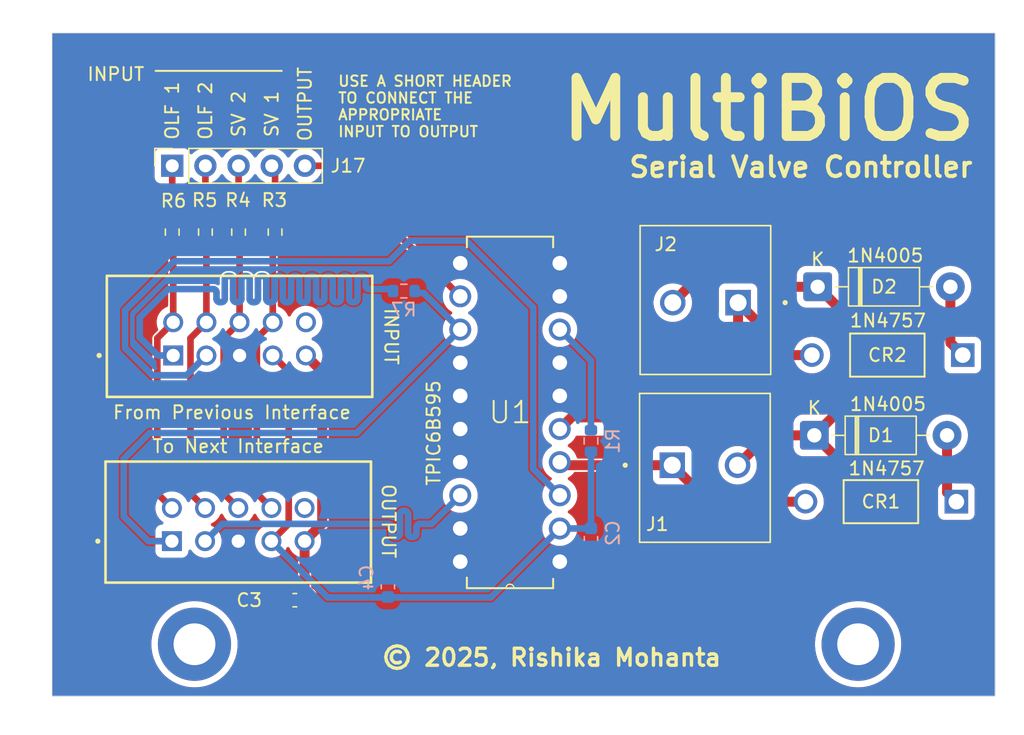
<source format=kicad_pcb>
(kicad_pcb (version 20241229) (generator "pcbnew") (generator_version "9.0")
  (layers (0 "F.Cu" signal) (2 "B.Cu" signal) (13 "F.Paste" user) (15 "B.Paste" user) (5 "F.SilkS" user "F.Silkscreen") (7 "B.SilkS" user "B.Silkscreen") (1 "F.Mask" user) (3 "B.Mask" user) (25 "Edge.Cuts" user))
  (net 0 "")
  (net 1 "+5V")
  (net 2 "GND")
  (net 3 "Net-(CR1-K)")
  (net 4 "+24V")
  (net 5 "Net-(CR1-A)")
  (net 6 "Net-(U1-SER_IN)")
  (net 8 "Net-(U1-~{SRCLR})")
  (net 9 "Net-(U1-SRCK)")
  (net 10 "Net-(U1-SER_OUT)")
  (net 11 "Net-(J17-Pin_5)")
  (net 12 "Net-(J17-Pin_3)")
  (net 13 "Net-(J17-Pin_4)")
  (net 14 "Net-(J17-Pin_2)")
  (net 15 "Net-(J17-Pin_1)")
  (net 16 "Net-(J18-Pad08)")
  (net 17 "Net-(J18-Pad01)")
  (net 18 "Net-(J18-Pad02)")
  (net 19 "Net-(J18-Pad04)")
  (net 21 "Net-(J18-Pad06)")
  (net 22 "Net-(CR2-A)")
  (net 23 "Net-(CR2-K)")
  (footprint "Diode_THT:D_DO-41_SOD81_P10.16mm_Horizontal" (layer "F.Cu") (at 130.4036 75.1332)
    (property "Reference" "D1" (at 5.08 0 0) (layer "F.SilkS"))
    (property "Value" "1N4005")
    (fp_line (start 1.34 0) (end 2.36 0) (stroke (width 0.12)) (layer "F.SilkS"))
    (fp_line (start 3.14 -1.47) (end 3.14 1.47) (stroke (width 0.12)) (layer "F.SilkS"))
    (fp_line (start 3.26 -1.47) (end 3.26 1.47) (stroke (width 0.12)) (layer "F.SilkS"))
    (fp_line (start 3.38 -1.47) (end 3.38 1.47) (stroke (width 0.12)) (layer "F.SilkS"))
    (fp_line (start 8.82 0) (end 7.8 0) (stroke (width 0.12)) (layer "F.SilkS"))
    (fp_rect (start 2.36 -1.47) (end 7.8 1.47) (stroke (width 0.12)) (fill no) (layer "F.SilkS"))
    (fp_text user "K" (at 0 -2.1 0) (layer "F.SilkS"))
    (pad "1" thru_hole roundrect (at 0 0) (size 2.2 2.2) (drill 1.1) (layers "*.Cu" "*.Mask") (roundrect_rratio 0.113636) (net 4 "+24V"))
    (pad "2" thru_hole circle (at 10.16 0) (size 2.2 2.2) (drill 1.1) (layers "*.Cu" "*.Mask") (net 3 "Net-(CR1-K)"))
  )
  (footprint "TST-105-01-G-D:SAMTEC_TST-105-01-X-D" (layer "F.Cu") (at 86.30615 81.96885)
    (property "Reference" "J19" (hide yes))
    (property "Value" "TST-105-01-X-D" (hide yes))
    (fp_line (start -10.16 -4.826) (end -10.16 4.445) (stroke (width 0.2)) (layer "F.SilkS"))
    (fp_line (start -10.16 4.445) (end 10.16 4.445) (stroke (width 0.2)) (layer "F.SilkS"))
    (fp_line (start 10.16 -4.826) (end -10.16 -4.826) (stroke (width 0.2)) (layer "F.SilkS"))
    (fp_line (start 10.16 4.445) (end 10.16 -4.826) (stroke (width 0.2)) (layer "F.SilkS"))
    (fp_circle (center -10.75 1.27) (end -10.65 1.27) (stroke (width 0.2)) (fill no) (layer "F.SilkS"))
    (pad "01" thru_hole rect (at -5.08 1.27) (size 1.524 1.524) (drill 1.016) (layers "*.Cu" "*.Mask") (net 9 "Net-(U1-SRCK)"))
    (pad "02" thru_hole circle (at -5.08 -1.27) (size 1.524 1.524) (drill 1.016) (layers "*.Cu" "*.Mask") (net 18 "Net-(J18-Pad02)"))
    (pad "03" thru_hole circle (at -2.54 1.27) (size 1.524 1.524) (drill 1.016) (layers "*.Cu" "*.Mask") (net 10 "Net-(U1-SER_OUT)"))
    (pad "04" thru_hole circle (at -2.54 -1.27) (size 1.524 1.524) (drill 1.016) (layers "*.Cu" "*.Mask") (net 19 "Net-(J18-Pad04)"))
    (pad "05" thru_hole circle (at 0 1.27) (size 1.524 1.524) (drill 1.016) (layers "*.Cu" "*.Mask") (net 2 "GND"))
    (pad "06" thru_hole circle (at 0 -1.27) (size 1.524 1.524) (drill 1.016) (layers "*.Cu" "*.Mask") (net 21 "Net-(J18-Pad06)"))
    (pad "07" thru_hole circle (at 2.54 1.27) (size 1.524 1.524) (drill 1.016) (layers "*.Cu" "*.Mask") (net 1 "+5V"))
    (pad "08" thru_hole circle (at 2.54 -1.27) (size 1.524 1.524) (drill 1.016) (layers "*.Cu" "*.Mask") (net 16 "Net-(J18-Pad08)"))
    (pad "09" thru_hole circle (at 5.08 1.27) (size 1.524 1.524) (drill 1.016) (layers "*.Cu" "*.Mask") (net 4 "+24V"))
    (pad "10" thru_hole circle (at 5.08 -1.27) (size 1.524 1.524) (drill 1.016) (layers "*.Cu" "*.Mask"))
  )
  (footprint "Resistor_SMD:R_0603_1608Metric" (layer "F.Cu") (at 86.33155 59.56605 90)
    (property "Reference" "R4" (at 2.4445 -0.0508 180) (layer "F.SilkS"))
    (property "Value" "R")
    (fp_line (start -0.237258 -0.5225) (end 0.237258 -0.5225) (stroke (width 0.12)) (layer "F.SilkS"))
    (fp_line (start -0.237258 0.5225) (end 0.237258 0.5225) (stroke (width 0.12)) (layer "F.SilkS"))
    (pad "1" smd roundrect (at -0.825 0 90) (size 0.8 0.95) (layers "F.Cu" "F.Mask" "F.Paste") (net 21 "Net-(J18-Pad06)"))
    (pad "2" smd roundrect (at 0.825 0 90) (size 0.8 0.95) (layers "F.Cu" "F.Mask" "F.Paste") (net 12 "Net-(J17-Pin_3)"))
  )
  (footprint "TPIC6B595N:DIP254P762X508-20" (layer "F.Cu") (at 103.29875 61.94755 180)
    (property "Reference" "U1" (at -3.81 -11.43 180) (layer "F.SilkS") (effects (font (size 1.640598 1.640598))))
    (property "Value" "TPIC6595")
    (fp_line (start -0.508 2.032) (end -0.508 1.2192) (stroke (width 0.1524)) (layer "F.SilkS"))
    (fp_line (start -0.508 -24.0792) (end -0.508 -24.892) (stroke (width 0.1524)) (layer "F.SilkS"))
    (fp_line (start -0.508 -24.892) (end -3.5052 -24.892) (stroke (width 0.1524)) (layer "F.SilkS"))
    (fp_line (start -3.5052 -24.892) (end -4.1148 -24.892) (stroke (width 0.1524)) (layer "F.SilkS"))
    (fp_line (start -4.1148 -24.892) (end -7.112 -24.892) (stroke (width 0.1524)) (layer "F.SilkS"))
    (fp_line (start -7.112 2.032) (end -0.508 2.032) (stroke (width 0.1524)) (layer "F.SilkS"))
    (fp_line (start -7.112 1.2192) (end -7.112 2.032) (stroke (width 0.1524)) (layer "F.SilkS"))
    (fp_line (start -7.112 -24.892) (end -7.112 -24.1808) (stroke (width 0.1524)) (layer "F.SilkS"))
    (fp_arc (start -3.5052 -24.892) (mid -3.81 -24.5872) (end -4.1148 -24.892) (stroke (width 0.1)) (layer "F.SilkS"))
    (pad "1" thru_hole rect (at -7.62 -22.86 180) (size 1.6764 1.6764) (drill 1.1176) (layers "*.Cu" "*.Mask") (net 2 "GND"))
    (pad "2" thru_hole circle (at -7.62 -20.32 180) (size 1.6764 1.6764) (drill 1.1176) (layers "*.Cu" "*.Mask") (net 1 "+5V"))
    (pad "3" thru_hole circle (at -7.62 -17.78 180) (size 1.6764 1.6764) (drill 1.1176) (layers "*.Cu" "*.Mask") (net 6 "Net-(U1-SER_IN)"))
    (pad "4" thru_hole circle (at -7.62 -15.24 180) (size 1.6764 1.6764) (drill 1.1176) (layers "*.Cu" "*.Mask") (net 5 "Net-(CR1-A)"))
    (pad "5" thru_hole circle (at -7.62 -12.7 180) (size 1.6764 1.6764) (drill 1.1176) (layers "*.Cu" "*.Mask") (net 22 "Net-(CR2-A)"))
    (pad "6" thru_hole circle (at -7.62 -10.16 180) (size 1.6764 1.6764) (drill 1.1176) (layers "*.Cu" "*.Mask") (net 2 "GND"))
    (pad "7" thru_hole circle (at -7.62 -7.62 180) (size 1.6764 1.6764) (drill 1.1176) (layers "*.Cu" "*.Mask") (net 2 "GND"))
    (pad "8" thru_hole circle (at -7.62 -5.08 180) (size 1.6764 1.6764) (drill 1.1176) (layers "*.Cu" "*.Mask") (net 8 "Net-(U1-~{SRCLR})"))
    (pad "9" thru_hole circle (at -7.62 -2.54 180) (size 1.6764 1.6764) (drill 1.1176) (layers "*.Cu" "*.Mask") (net 2 "GND"))
    (pad "10" thru_hole circle (at -7.62 0 180) (size 1.6764 1.6764) (drill 1.1176) (layers "*.Cu" "*.Mask") (net 2 "GND"))
    (pad "11" thru_hole circle (at 0 0 180) (size 1.6764 1.6764) (drill 1.1176) (layers "*.Cu" "*.Mask") (net 2 "GND"))
    (pad "12" thru_hole circle (at 0 -2.54 180) (size 1.6764 1.6764) (drill 1.1176) (layers "*.Cu" "*.Mask") (net 11 "Net-(J17-Pin_5)"))
    (pad "13" thru_hole circle (at 0 -5.08 180) (size 1.6764 1.6764) (drill 1.1176) (layers "*.Cu" "*.Mask") (net 9 "Net-(U1-SRCK)"))
    (pad "14" thru_hole circle (at 0 -7.62 180) (size 1.6764 1.6764) (drill 1.1176) (layers "*.Cu" "*.Mask") (net 2 "GND"))
    (pad "15" thru_hole circle (at 0 -10.16 180) (size 1.6764 1.6764) (drill 1.1176) (layers "*.Cu" "*.Mask") (net 2 "GND"))
    (pad "16" thru_hole circle (at 0 -12.7 180) (size 1.6764 1.6764) (drill 1.1176) (layers "*.Cu" "*.Mask") (net 2 "GND"))
    (pad "17" thru_hole circle (at 0 -15.24 180) (size 1.6764 1.6764) (drill 1.1176) (layers "*.Cu" "*.Mask") (net 2 "GND"))
    (pad "18" thru_hole circle (at 0 -17.78 180) (size 1.6764 1.6764) (drill 1.1176) (layers "*.Cu" "*.Mask") (net 10 "Net-(U1-SER_OUT)"))
    (pad "19" thru_hole circle (at 0 -20.32 180) (size 1.6764 1.6764) (drill 1.1176) (layers "*.Cu" "*.Mask") (net 2 "GND"))
    (pad "20" thru_hole circle (at 0 -22.86 180) (size 1.6764 1.6764) (drill 1.1176) (layers "*.Cu" "*.Mask") (net 2 "GND"))
  )
  (footprint "1935310:PHOENIX_1935310" (layer "F.Cu") (at 117.0269 83.3224)
    (property "Reference" "J1" (at 1.357469 -1.384444 0) (layer "F.SilkS"))
    (property "Value" "Screw_Terminal_01x02")
    (fp_line (start 0 -11.4) (end 10 -11.4) (stroke (width 0.127)) (layer "F.SilkS"))
    (fp_line (start 0 0) (end 0 -11.4) (stroke (width 0.127)) (layer "F.SilkS"))
    (fp_line (start 0 0) (end 10 0) (stroke (width 0.127)) (layer "F.SilkS"))
    (fp_line (start 10 0) (end 10 -11.4) (stroke (width 0.127)) (layer "F.SilkS"))
    (fp_circle (center -1.1 -5.9) (end -1 -5.9) (stroke (width 0.2)) (fill no) (layer "F.SilkS"))
    (pad "1" thru_hole rect (at 2.5 -5.9) (size 1.95 1.95) (drill 1.3) (layers "*.Cu" "*.Mask") (net 5 "Net-(CR1-A)"))
    (pad "2" thru_hole circle (at 7.5 -5.9) (size 1.95 1.95) (drill 1.3) (layers "*.Cu" "*.Mask") (net 4 "+24V"))
  )
  (footprint "Connector_PinSocket_2.54mm:PinSocket_1x05_P2.54mm_Vertical" (layer "F.Cu") (at 81.25155 54.48605 90)
    (property "Reference" "J17" (at 0 13.462 180) (layer "F.SilkS"))
    (property "Value" "Conn_01x05_Socket")
    (fp_line (start 1.33 -1.33) (end 1.33 0) (stroke (width 0.12)) (layer "F.SilkS"))
    (fp_line (start 0 -1.33) (end 1.33 -1.33) (stroke (width 0.12)) (layer "F.SilkS"))
    (fp_line (start 1.33 1.27) (end 1.33 11.49) (stroke (width 0.12)) (layer "F.SilkS"))
    (fp_line (start -1.33 1.27) (end 1.33 1.27) (stroke (width 0.12)) (layer "F.SilkS"))
    (fp_line (start -1.33 1.27) (end -1.33 11.49) (stroke (width 0.12)) (layer "F.SilkS"))
    (fp_line (start -1.33 11.49) (end 1.33 11.49) (stroke (width 0.12)) (layer "F.SilkS"))
    (pad "1" thru_hole rect (at 0 0 90) (size 1.7 1.7) (drill 1) (layers "*.Cu" "*.Mask") (net 15 "Net-(J17-Pin_1)"))
    (pad "2" thru_hole circle (at 0 2.54 90) (size 1.7 1.7) (drill 1) (layers "*.Cu" "*.Mask") (net 14 "Net-(J17-Pin_2)"))
    (pad "3" thru_hole circle (at 0 5.08 90) (size 1.7 1.7) (drill 1) (layers "*.Cu" "*.Mask") (net 12 "Net-(J17-Pin_3)"))
    (pad "4" thru_hole circle (at 0 7.62 90) (size 1.7 1.7) (drill 1) (layers "*.Cu" "*.Mask") (net 13 "Net-(J17-Pin_4)"))
    (pad "5" thru_hole circle (at 0 10.16 90) (size 1.7 1.7) (drill 1) (layers "*.Cu" "*.Mask") (net 11 "Net-(J17-Pin_5)"))
  )
  (footprint "1N4757:DIODE_AFL-W2Y1.8D_MOT" (layer "F.Cu") (at 130.21691 68.9864)
    (property "Reference" "CR2" (at 5.77469 0 0) (layer "F.SilkS"))
    (property "Value" "1N4757A")
    (fp_line (start 2.923007 -1.651535) (end 2.923007 1.651535) (stroke (width 0.1524)) (layer "F.SilkS"))
    (fp_line (start 2.923007 1.651535) (end 8.626374 1.651535) (stroke (width 0.1524)) (layer "F.SilkS"))
    (fp_line (start 8.626374 -1.651535) (end 2.923007 -1.651535) (stroke (width 0.1524)) (layer "F.SilkS"))
    (fp_line (start 8.626374 1.651535) (end 8.626374 -1.651535) (stroke (width 0.1524)) (layer "F.SilkS"))
    (pad "1" thru_hole circle (at 0 0) (size 1.8034 1.8034) (drill 1.1938) (layers "*.Cu" "*.Mask") (net 22 "Net-(CR2-A)"))
    (pad "2" thru_hole rect (at 11.54938 0) (size 1.8034 1.8034) (drill 1.1938) (layers "*.Cu" "*.Mask") (net 23 "Net-(CR2-K)"))
  )
  (footprint "Resistor_SMD:R_0603_1608Metric" (layer "F.Cu") (at 89.12555 59.56605 90)
    (property "Reference" "R3" (at 2.4445 -0.0508 180) (layer "F.SilkS"))
    (property "Value" "R")
    (fp_line (start -0.237258 -0.5225) (end 0.237258 -0.5225) (stroke (width 0.12)) (layer "F.SilkS"))
    (fp_line (start -0.237258 0.5225) (end 0.237258 0.5225) (stroke (width 0.12)) (layer "F.SilkS"))
    (pad "1" smd roundrect (at -0.825 0 90) (size 0.8 0.95) (layers "F.Cu" "F.Mask" "F.Paste") (net 16 "Net-(J18-Pad08)"))
    (pad "2" smd roundrect (at 0.825 0 90) (size 0.8 0.95) (layers "F.Cu" "F.Mask" "F.Paste") (net 13 "Net-(J17-Pin_4)"))
  )
  (footprint "1N4757:DIODE_AFL-W2Y1.8D_MOT" (layer "F.Cu") (at 129.72542 80.2132)
    (property "Reference" "CR1" (at 5.77469 0 0) (layer "F.SilkS"))
    (property "Value" "1N4757A")
    (fp_line (start 2.923007 -1.651535) (end 2.923007 1.651535) (stroke (width 0.1524)) (layer "F.SilkS"))
    (fp_line (start 2.923007 1.651535) (end 8.626374 1.651535) (stroke (width 0.1524)) (layer "F.SilkS"))
    (fp_line (start 8.626374 -1.651535) (end 2.923007 -1.651535) (stroke (width 0.1524)) (layer "F.SilkS"))
    (fp_line (start 8.626374 1.651535) (end 8.626374 -1.651535) (stroke (width 0.1524)) (layer "F.SilkS"))
    (pad "1" thru_hole circle (at 0 0) (size 1.8034 1.8034) (drill 1.1938) (layers "*.Cu" "*.Mask") (net 5 "Net-(CR1-A)"))
    (pad "2" thru_hole rect (at 11.54938 0) (size 1.8034 1.8034) (drill 1.1938) (layers "*.Cu" "*.Mask") (net 3 "Net-(CR1-K)"))
  )
  (footprint "TST-105-01-G-D:SAMTEC_TST-105-01-X-D" (layer "F.Cu") (at 86.40775 67.74485)
    (property "Reference" "J18" (hide yes))
    (property "Value" "TST-105-01-X-D")
    (fp_line (start -10.16 -4.826) (end -10.16 4.445) (stroke (width 0.2)) (layer "F.SilkS"))
    (fp_line (start -10.16 4.445) (end 10.16 4.445) (stroke (width 0.2)) (layer "F.SilkS"))
    (fp_line (start 10.16 -4.826) (end -10.16 -4.826) (stroke (width 0.2)) (layer "F.SilkS"))
    (fp_line (start 10.16 4.445) (end 10.16 -4.826) (stroke (width 0.2)) (layer "F.SilkS"))
    (fp_circle (center -10.75 1.27) (end -10.65 1.27) (stroke (width 0.2)) (fill no) (layer "F.SilkS"))
    (pad "01" thru_hole rect (at -5.08 1.27) (size 1.524 1.524) (drill 1.016) (layers "*.Cu" "*.Mask") (net 17 "Net-(J18-Pad01)"))
    (pad "02" thru_hole circle (at -5.08 -1.27) (size 1.524 1.524) (drill 1.016) (layers "*.Cu" "*.Mask") (net 18 "Net-(J18-Pad02)"))
    (pad "03" thru_hole circle (at -2.54 1.27) (size 1.524 1.524) (drill 1.016) (layers "*.Cu" "*.Mask") (net 6 "Net-(U1-SER_IN)"))
    (pad "04" thru_hole circle (at -2.54 -1.27) (size 1.524 1.524) (drill 1.016) (layers "*.Cu" "*.Mask") (net 19 "Net-(J18-Pad04)"))
    (pad "05" thru_hole circle (at 0 1.27) (size 1.524 1.524) (drill 1.016) (layers "*.Cu" "*.Mask") (net 2 "GND"))
    (pad "06" thru_hole circle (at 0 -1.27) (size 1.524 1.524) (drill 1.016) (layers "*.Cu" "*.Mask") (net 21 "Net-(J18-Pad06)"))
    (pad "07" thru_hole circle (at 2.54 1.27) (size 1.524 1.524) (drill 1.016) (layers "*.Cu" "*.Mask") (net 1 "+5V"))
    (pad "08" thru_hole circle (at 2.54 -1.27) (size 1.524 1.524) (drill 1.016) (layers "*.Cu" "*.Mask") (net 16 "Net-(J18-Pad08)"))
    (pad "09" thru_hole circle (at 5.08 1.27) (size 1.524 1.524) (drill 1.016) (layers "*.Cu" "*.Mask") (net 4 "+24V"))
    (pad "10" thru_hole circle (at 5.08 -1.27) (size 1.524 1.524) (drill 1.016) (layers "*.Cu" "*.Mask"))
  )
  (footprint "MountingHole:MountingHole_3.2mm_M3_DIN965_Pad" (layer "F.Cu") (at 133.7564 91.1352)
    (property "Reference" "H1" (hide yes))
    (property "Value" "MountingHole")
    (pad "1" thru_hole circle (at 0 0) (size 5.6 5.6) (drill 3.2) (layers "*.Cu" "*.Mask"))
  )
  (footprint "MountingHole:MountingHole_3.2mm_M3_DIN965_Pad" (layer "F.Cu") (at 82.9564 91.1352)
    (property "Reference" "H2" (hide yes))
    (property "Value" "MountingHole")
    (pad "1" thru_hole circle (at 0 0) (size 5.6 5.6) (drill 3.2) (layers "*.Cu" "*.Mask"))
  )
  (footprint "Resistor_SMD:R_0603_1608Metric" (layer "F.Cu") (at 81.25155 59.56605 90)
    (property "Reference" "R6" (at 2.3937 0.1016 180) (layer "F.SilkS"))
    (property "Value" "R")
    (fp_line (start -0.237258 -0.5225) (end 0.237258 -0.5225) (stroke (width 0.12)) (layer "F.SilkS"))
    (fp_line (start -0.237258 0.5225) (end 0.237258 0.5225) (stroke (width 0.12)) (layer "F.SilkS"))
    (pad "1" smd roundrect (at -0.825 0 90) (size 0.8 0.95) (layers "F.Cu" "F.Mask" "F.Paste") (net 18 "Net-(J18-Pad02)"))
    (pad "2" smd roundrect (at 0.825 0 90) (size 0.8 0.95) (layers "F.Cu" "F.Mask" "F.Paste") (net 15 "Net-(J17-Pin_1)"))
  )
  (footprint "Diode_THT:D_DO-41_SOD81_P10.16mm_Horizontal" (layer "F.Cu") (at 130.6576 63.754)
    (property "Reference" "D2" (at 5.08 0 0) (layer "F.SilkS"))
    (property "Value" "1N4005")
    (fp_line (start 1.34 0) (end 2.36 0) (stroke (width 0.12)) (layer "F.SilkS"))
    (fp_line (start 3.14 -1.47) (end 3.14 1.47) (stroke (width 0.12)) (layer "F.SilkS"))
    (fp_line (start 3.26 -1.47) (end 3.26 1.47) (stroke (width 0.12)) (layer "F.SilkS"))
    (fp_line (start 3.38 -1.47) (end 3.38 1.47) (stroke (width 0.12)) (layer "F.SilkS"))
    (fp_line (start 8.82 0) (end 7.8 0) (stroke (width 0.12)) (layer "F.SilkS"))
    (fp_rect (start 2.36 -1.47) (end 7.8 1.47) (stroke (width 0.12)) (fill no) (layer "F.SilkS"))
    (fp_text user "K" (at 0 -2.1 0) (layer "F.SilkS"))
    (pad "1" thru_hole roundrect (at 0 0) (size 2.2 2.2) (drill 1.1) (layers "*.Cu" "*.Mask") (roundrect_rratio 0.113636) (net 4 "+24V"))
    (pad "2" thru_hole circle (at 10.16 0) (size 2.2 2.2) (drill 1.1) (layers "*.Cu" "*.Mask") (net 23 "Net-(CR2-K)"))
  )
  (footprint "1935310:PHOENIX_1935310" (layer "F.Cu") (at 127.0671 59.07 180)
    (property "Reference" "J2" (at 8.0372 -1.4296 0) (layer "F.SilkS"))
    (property "Value" "Screw_Terminal_01x02")
    (fp_line (start 10 0) (end 10 -11.4) (stroke (width 0.127)) (layer "F.SilkS"))
    (fp_line (start 0 0) (end 10 0) (stroke (width 0.127)) (layer "F.SilkS"))
    (fp_line (start 0 0) (end 0 -11.4) (stroke (width 0.127)) (layer "F.SilkS"))
    (fp_line (start 0 -11.4) (end 10 -11.4) (stroke (width 0.127)) (layer "F.SilkS"))
    (fp_circle (center -1.1 -5.9) (end -1 -5.9) (stroke (width 0.2)) (fill no) (layer "F.SilkS"))
    (pad "1" thru_hole rect (at 2.5 -5.9 180) (size 1.95 1.95) (drill 1.3) (layers "*.Cu" "*.Mask") (net 22 "Net-(CR2-A)"))
    (pad "2" thru_hole circle (at 7.5 -5.9 180) (size 1.95 1.95) (drill 1.3) (layers "*.Cu" "*.Mask") (net 4 "+24V"))
  )
  (footprint "Capacitor_SMD:C_0603_1608Metric" (layer "F.Cu") (at 90.63655 87.76005 180)
    (property "Reference" "C3" (at 3.4922 0 0) (layer "F.SilkS"))
    (property "Value" "10uf")
    (fp_line (start -0.14058 0.51) (end 0.14058 0.51) (stroke (width 0.12)) (layer "F.SilkS"))
    (fp_line (start -0.14058 -0.51) (end 0.14058 -0.51) (stroke (width 0.12)) (layer "F.SilkS"))
    (pad "1" smd roundrect (at -0.775 0 180) (size 0.9 0.95) (layers "F.Cu" "F.Mask" "F.Paste") (net 4 "+24V"))
    (pad "2" smd roundrect (at 0.775 0 180) (size 0.9 0.95) (layers "F.Cu" "F.Mask" "F.Paste") (net 2 "GND"))
  )
  (footprint "Resistor_SMD:R_0603_1608Metric" (layer "F.Cu") (at 83.79155 59.56605 90)
    (property "Reference" "R5" (at 2.4445 -0.0508 180) (layer "F.SilkS"))
    (property "Value" "R")
    (fp_line (start -0.237258 -0.5225) (end 0.237258 -0.5225) (stroke (width 0.12)) (layer "F.SilkS"))
    (fp_line (start -0.237258 0.5225) (end 0.237258 0.5225) (stroke (width 0.12)) (layer "F.SilkS"))
    (pad "1" smd roundrect (at -0.825 0 90) (size 0.8 0.95) (layers "F.Cu" "F.Mask" "F.Paste") (net 19 "Net-(J18-Pad04)"))
    (pad "2" smd roundrect (at 0.825 0 90) (size 0.8 0.95) (layers "F.Cu" "F.Mask" "F.Paste") (net 14 "Net-(J17-Pin_2)"))
  )
  (footprint "Capacitor_SMD:C_0603_1608Metric" (layer "B.Cu") (at 97.76155 86.73795 90)
    (property "Reference" "C4" (at 0.7112 -1.6317 90) (layer "B.SilkS") (effects (justify mirror)))
    (property "Value" "10uf")
    (fp_line (start -0.14058 -0.51) (end 0.14058 -0.51) (stroke (width 0.12)) (layer "B.SilkS"))
    (fp_line (start -0.14058 0.51) (end 0.14058 0.51) (stroke (width 0.12)) (layer "B.SilkS"))
    (pad "1" smd roundrect (at -0.775 0 90) (size 0.9 0.95) (layers "B.Cu" "B.Mask" "B.Paste") (net 1 "+5V"))
    (pad "2" smd roundrect (at 0.775 0 90) (size 0.9 0.95) (layers "B.Cu" "B.Mask" "B.Paste") (net 2 "GND"))
  )
  (footprint "Resistor_SMD:R_0603_1608Metric" (layer "B.Cu") (at 98.98075 64.08115)
    (property "Reference" "R7" (at 0 1.43 0) (layer "B.SilkS") (effects (justify mirror)))
    (property "Value" "R")
    (fp_line (start -0.237258 -0.5225) (end 0.237258 -0.5225) (stroke (width 0.12)) (layer "B.SilkS"))
    (fp_line (start -0.237258 0.5225) (end 0.237258 0.5225) (stroke (width 0.12)) (layer "B.SilkS"))
    (pad "1" smd roundrect (at -0.825 0) (size 0.8 0.95) (layers "B.Cu" "B.Mask" "B.Paste") (net 17 "Net-(J18-Pad01)"))
    (pad "2" smd roundrect (at 0.825 0) (size 0.8 0.95) (layers "B.Cu" "B.Mask" "B.Paste") (net 9 "Net-(U1-SRCK)"))
  )
  (footprint "Capacitor_SMD:C_0603_1608Metric" (layer "B.Cu") (at 113.30635 83.02955 -90)
    (property "Reference" "C2" (at -0.4064 -1.6764 90) (layer "B.SilkS") (effects (justify mirror)))
    (property "Value" "0.1u")
    (fp_line (start -0.14058 0.51) (end 0.14058 0.51) (stroke (width 0.12)) (layer "B.SilkS"))
    (fp_line (start -0.14058 -0.51) (end 0.14058 -0.51) (stroke (width 0.12)) (layer "B.SilkS"))
    (pad "1" smd roundrect (at -0.775 0 270) (size 0.9 0.95) (layers "B.Cu" "B.Mask" "B.Paste") (net 1 "+5V"))
    (pad "2" smd roundrect (at 0.775 0 270) (size 0.9 0.95) (layers "B.Cu" "B.Mask" "B.Paste") (net 2 "GND"))
  )
  (footprint "Resistor_SMD:R_0603_1608Metric" (layer "B.Cu") (at 113.30635 75.56195 -90)
    (property "Reference" "R1" (at 0 -1.6764 90) (layer "B.SilkS") (effects (justify mirror)))
    (property "Value" "10k")
    (fp_line (start -0.237258 0.5225) (end 0.237258 0.5225) (stroke (width 0.12)) (layer "B.SilkS"))
    (fp_line (start -0.237258 -0.5225) (end 0.237258 -0.5225) (stroke (width 0.12)) (layer "B.SilkS"))
    (pad "1" smd roundrect (at -0.825 0 270) (size 0.8 0.95) (layers "B.Cu" "B.Mask" "B.Paste") (net 8 "Net-(U1-~{SRCLR})"))
    (pad "2" smd roundrect (at 0.825 0 270) (size 0.8 0.95) (layers "B.Cu" "B.Mask" "B.Paste") (net 1 "+5V"))
  )
  (gr_line (start 79.98155 47.21555) (end 89.63355 47.21555) (stroke (width 0.15)) (layer "F.SilkS"))
  (gr_rect (start 72.05675 44.31385) (end 144.24355 95.11385) (stroke (width 0.05)) (fill no) (layer "Edge.Cuts"))
  (gr_text "OUTPUT" (at 91.41155 49.75555 90) (layer "F.SilkS") (effects (font (size 1 1))))
  (gr_text "INPUT" (at 98.01555 67.55435 270) (layer "F.SilkS") (effects (font (size 1 1))))
  (gr_text "Serial Valve Controller" (at 116.078 55.4736 0) (layer "F.SilkS") (effects (font (size 1.524 1.524) (thickness 0.3048) (bold yes)) (justify left bottom)))
  (gr_text "TPIC6B595" (at 101.26675 74.95235 90) (layer "F.SilkS") (effects (font (size 1 1))))
  (gr_text "1N4005" (at 136.0424 72.7456 0) (layer "F.SilkS") (effects (font (size 1 1))))
  (gr_text "INPUT" (at 76.93355 47.46955 0) (layer "F.SilkS") (effects (font (size 1 1))))
  (gr_text "SV 2" (at 86.33155 50.51755 90) (layer "F.SilkS") (effects (font (size 1 1))))
  (gr_text "1N4757" (at 136.0424 66.3448 0) (layer "F.SilkS") (effects (font (size 1 1))))
  (gr_text "To Next Interface" (at 86.30615 75.96835 0) (layer "F.SilkS") (effects (font (size 1 1))))
  (gr_text "SV 1" (at 88.87155 50.51755 90) (layer "F.SilkS") (effects (font (size 1 1))))
  (gr_text "OUTPUT" (at 97.81235 81.70875 270) (layer "F.SilkS") (effects (font (size 1 1))))
  (gr_text "1N4005" (at 135.8392 61.3664 0) (layer "F.SilkS") (effects (font (size 1 1))))
  (gr_text "USE A SHORT HEADER\nTO CONNECT THE \nAPPROPRIATE\nINPUT TO OUTPUT" (at 93.8784 49.9364 0) (layer "F.SilkS") (effects (font (size 0.8 0.8) (thickness 0.15) (bold yes)) (justify left)))
  (gr_text "© 2025, Rishika Mohanta" (at 97.1804 92.9132 0) (layer "F.SilkS") (effects (font (size 1.3 1.3) (thickness 0.26) (bold yes)) (justify left bottom)))
  (gr_text "OLF 1" (at 81.25155 50.26355 90) (layer "F.SilkS") (effects (font (size 1 1))))
  (gr_text "1N4757" (at 135.9408 77.6732 0) (layer "F.SilkS") (effects (font (size 1 1))))
  (gr_text "OLF 2" (at 83.79155 50.26355 90) (layer "F.SilkS") (effects (font (size 1 1))))
  (gr_text "From Previous Interface" (at 85.82355 73.37755 0) (layer "F.SilkS") (effects (font (size 1 1))))
  (gr_text "MultiBiOS" (at 110.6424 52.7812 0) (layer "F.SilkS") (effects (font (size 4.445 4.445) (thickness 0.762) (bold yes)) (justify left bottom)))
  (segment (start 90.16915 81.91585) (end 88.84615 83.23885) (width 0.508) (layer "F.Cu") (net 1))
  (segment (start 90.16915 70.23625) (end 90.16915 81.91585) (width 0.508) (layer "F.Cu") (net 1))
  (segment (start 88.94775 69.01485) (end 90.16915 70.23625) (width 0.508) (layer "F.Cu") (net 1))
  (segment (start 105.63555 87.55075) (end 110.91875 82.26755) (width 0.508) (layer "B.Cu") (net 1))
  (segment (start 113.30635 76.38695) (end 113.30635 82.25455) (width 0.508) (layer "B.Cu") (net 1))
  (segment (start 88.84615 83.23885) (end 93.15805 87.55075) (width 0.508) (layer "B.Cu") (net 1))
  (segment (start 93.15805 87.55075) (end 105.63555 87.55075) (width 0.508) (layer "B.Cu") (net 1))
  (segment (start 113.29335 82.26755) (end 113.30635 82.25455) (width 0.508) (layer "B.Cu") (net 1))
  (segment (start 110.91875 82.26755) (end 113.29335 82.26755) (width 0.508) (layer "B.Cu") (net 1))
  (segment (start 140.5636 75.1332) (end 140.5636 79.502) (width 0.762) (layer "F.Cu") (net 3))
  (segment (start 140.5636 79.502) (end 141.2748 80.2132) (width 0.762) (layer "F.Cu") (net 3))
  (segment (start 132.6896 65.786) (end 130.6576 63.754) (width 0.762) (layer "F.Cu") (net 4))
  (segment (start 128.524 63.754) (end 126.8984 62.1284) (width 0.762) (layer "F.Cu") (net 4))
  (segment (start 91.48775 69.01485) (end 92.73015 70.25725) (width 0.762) (layer "F.Cu") (net 4))
  (segment (start 132.5372 79.8576) (end 132.5372 77.2668) (width 0.762) (layer "F.Cu") (net 4))
  (segment (start 92.73015 81.89485) (end 91.38615 83.23885) (width 0.762) (layer "F.Cu") (net 4))
  (segment (start 130.4036 75.1332) (end 132.6896 72.8472) (width 0.762) (layer "F.Cu") (net 4))
  (segment (start 132.5372 77.2668) (end 130.4036 75.1332) (width 0.762) (layer "F.Cu") (net 4))
  (segment (start 122.4087 62.1284) (end 119.5671 64.97) (width 0.762) (layer "F.Cu") (net 4))
  (segment (start 126.8984 62.1284) (end 122.4087 62.1284) (width 0.762) (layer "F.Cu") (net 4))
  (segment (start 92.71 89.2556) (end 123.1392 89.2556) (width 0.762) (layer "F.Cu") (net 4))
  (segment (start 126.8161 75.1332) (end 124.5269 77.4224) (width 0.762) (layer "F.Cu") (net 4))
  (segment (start 91.38615 83.23885) (end 91.38615 87.93175) (width 0.762) (layer "F.Cu") (net 4))
  (segment (start 132.6896 72.8472) (end 132.6896 65.786) (width 0.762) (layer "F.Cu") (net 4))
  (segment (start 130.4036 75.1332) (end 126.8161 75.1332) (width 0.762) (layer "F.Cu") (net 4))
  (segment (start 92.73015 70.25725) (end 92.73015 81.89485) (width 0.762) (layer "F.Cu") (net 4))
  (segment (start 130.6576 63.754) (end 128.524 63.754) (width 0.762) (layer "F.Cu") (net 4))
  (segment (start 130.38675 75.15005) (end 130.4036 75.1332) (width 0.762) (layer "F.Cu") (net 4))
  (segment (start 91.38615 87.93175) (end 92.71 89.2556) (width 0.762) (layer "F.Cu") (net 4))
  (segment (start 123.1392 89.2556) (end 132.5372 79.8576) (width 0.762) (layer "F.Cu") (net 4))
  (segment (start 111.1536 77.4224) (end 110.91875 77.18755) (width 0.762) (layer "F.Cu") (net 5))
  (segment (start 119.5269 77.4224) (end 111.1536 77.4224) (width 0.762) (layer "F.Cu") (net 5))
  (segment (start 122.3177 80.2132) (end 119.5269 77.4224) (width 0.762) (layer "F.Cu") (net 5))
  (segment (start 129.72542 80.2132) (end 122.3177 80.2132) (width 0.762) (layer "F.Cu") (net 5))
  (segment (start 108.88675 77.69555) (end 108.88675 65.35115) (width 0.508) (layer "B.Cu") (net 6))
  (segment (start 77.64475 65.55435) (end 77.64475 68.446634) (width 0.508) (layer "B.Cu") (net 6))
  (segment (start 79.730866 70.53275) (end 82.34985 70.53275) (width 0.508) (layer "B.Cu") (net 6))
  (segment (start 103.75595 60.22035) (end 99.43795 60.22035) (width 0.508) (layer "B.Cu") (net 6))
  (segment (start 110.91875 79.72755) (end 108.88675 77.69555) (width 0.508) (layer "B.Cu") (net 6))
  (segment (start 81.40395 61.79515) (end 77.64475 65.55435) (width 0.508) (layer "B.Cu") (net 6))
  (segment (start 97.86315 61.79515) (end 81.40395 61.79515) (width 0.508) (layer "B.Cu") (net 6))
  (segment (start 82.34985 70.53275) (end 83.86775 69.01485) (width 0.508) (layer "B.Cu") (net 6))
  (segment (start 99.43795 60.22035) (end 97.86315 61.79515) (width 0.508) (layer "B.Cu") (net 6))
  (segment (start 108.88675 65.35115) (end 103.75595 60.22035) (width 0.508) (layer "B.Cu") (net 6))
  (segment (start 77.64475 68.446634) (end 79.730866 70.53275) (width 0.508) (layer "B.Cu") (net 6))
  (segment (start 113.30635 69.41515) (end 110.91875 67.02755) (width 0.508) (layer "B.Cu") (net 8))
  (segment (start 113.30635 74.73695) (end 113.30635 69.41515) (width 0.508) (layer "B.Cu") (net 8))
  (segment (start 100.50475 64.23355) (end 103.29875 67.02755) (width 0.508) (layer "B.Cu") (net 9))
  (segment (start 99.80575 64.23355) (end 100.50475 64.23355) (width 0.508) (layer "B.Cu") (net 9))
  (segment (start 77.54315 81.35315) (end 79.42885 83.23885) (width 0.508) (layer "B.Cu") (net 9))
  (segment (start 77.54315 76.93355) (end 77.54315 81.35315) (width 0.508) (layer "B.Cu") (net 9))
  (segment (start 79.52435 74.95235) (end 77.54315 76.93355) (width 0.508) (layer "B.Cu") (net 9))
  (segment (start 103.29875 67.02755) (end 95.37395 74.95235) (width 0.508) (layer "B.Cu") (net 9))
  (segment (start 95.37395 74.95235) (end 79.52435 74.95235) (width 0.508) (layer "B.Cu") (net 9))
  (segment (start 79.42885 83.23885) (end 81.22615 83.23885) (width 0.508) (layer "B.Cu") (net 9))
  (segment (start 98.67779 82.16985) (end 98.67779 82.66185) (width 0.508) (layer "B.Cu") (net 10))
  (segment (start 97.114565 81.91585) (end 85.08915 81.91585) (width 0.508) (layer "B.Cu") (net 10))
  (segment (start 99.31279 82.66185) (end 99.31279 82.16985) (width 0.508) (layer "B.Cu") (net 10))
  (segment (start 99.31279 82.16985) (end 99.31279 81.91585) (width 0.508) (layer "B.Cu") (net 10))
  (segment (start 99.94779 82.16985) (end 99.94779 82.66185) (width 0.508) (layer "B.Cu") (net 10))
  (segment (start 98.67779 81.91585) (end 98.67779 82.16985) (width 0.508) (layer "B.Cu") (net 10))
  (segment (start 98.04279 82.66185) (end 98.04279 82.16985) (width 0.508) (layer "B.Cu") (net 10))
  (segment (start 85.08915 81.91585) (end 83.76615 83.23885) (width 0.508) (layer "B.Cu") (net 10))
  (segment (start 97.78879 81.91585) (end 97.66179 81.91585) (width 0.508) (layer "B.Cu") (net 10))
  (segment (start 99.69379 82.91585) (end 99.56679 82.91585) (width 0.508) (layer "B.Cu") (net 10))
  (segment (start 101.11045 81.91585) (end 100.20179 81.91585) (width 0.508) (layer "B.Cu") (net 10))
  (segment (start 99.31279 81.91585) (end 99.31279 81.16985) (width 0.508) (layer "B.Cu") (net 10))
  (segment (start 99.05879 80.91585) (end 98.93179 80.91585) (width 0.508) (layer "B.Cu") (net 10))
  (segment (start 103.29875 79.72755) (end 101.11045 81.91585) (width 0.508) (layer "B.Cu") (net 10))
  (segment (start 98.42379 82.91585) (end 98.29679 82.91585) (width 0.508) (layer "B.Cu") (net 10))
  (segment (start 98.67779 81.16985) (end 98.67779 81.91585) (width 0.508) (layer "B.Cu") (net 10))
  (segment (start 97.66179 81.91585) (end 97.114565 81.91585) (width 0.508) (layer "B.Cu") (net 10))
  (arc (start 98.29679 82.91585) (mid 98.117185 82.841455) (end 98.04279 82.66185) (width 0.508) (layer "B.Cu") (net 10))
  (arc (start 98.04279 82.16985) (mid 97.968395 81.990245) (end 97.78879 81.91585) (width 0.508) (layer "B.Cu") (net 10))
  (arc (start 99.94779 82.66185) (mid 99.873395 82.841455) (end 99.69379 82.91585) (width 0.508) (layer "B.Cu") (net 10))
  (arc (start 98.93179 80.91585) (mid 98.752185 80.990245) (end 98.67779 81.16985) (width 0.508) (layer "B.Cu") (net 10))
  (arc (start 99.56679 82.91585) (mid 99.387185 82.841455) (end 99.31279 82.66185) (width 0.508) (layer "B.Cu") (net 10))
  (arc (start 98.67779 82.66185) (mid 98.603395 82.841455) (end 98.42379 82.91585) (width 0.508) (layer "B.Cu") (net 10))
  (arc (start 99.31279 81.16985) (mid 99.238395 80.990245) (end 99.05879 80.91585) (width 0.508) (layer "B.Cu") (net 10))
  (arc (start 100.20179 81.91585) (mid 100.022185 81.990245) (end 99.94779 82.16985) (width 0.508) (layer "B.Cu") (net 10))
  (segment (start 93.29725 54.48605) (end 103.29875 64.48755) (width 0.508) (layer "F.Cu") (net 11))
  (segment (start 91.41155 54.48605) (end 93.29725 54.48605) (width 0.508) (layer "F.Cu") (net 11))
  (segment (start 86.33155 58.74105) (end 86.33155 54.48605) (width 0.508) (layer "F.Cu") (net 12))
  (segment (start 89.12555 54.74005) (end 88.87155 54.48605) (width 0.508) (layer "F.Cu") (net 13))
  (segment (start 89.12555 58.74105) (end 89.12555 54.74005) (width 0.508) (layer "F.Cu") (net 13))
  (segment (start 83.79155 58.74105) (end 83.79155 54.48605) (width 0.508) (layer "F.Cu") (net 14))
  (segment (start 81.25155 58.74105) (end 81.25155 54.48605) (width 0.508) (layer "F.Cu") (net 15))
  (segment (start 87.73075 67.69185) (end 87.73075 79.58345) (width 0.508) (layer "F.Cu") (net 16))
  (segment (start 88.94775 66.47485) (end 87.73075 67.69185) (width 0.508) (layer "F.Cu") (net 16))
  (segment (start 88.94775 66.47485) (end 88.94775 60.56885) (width 0.508) (layer "F.Cu") (net 16))
  (segment (start 88.94775 60.56885) (end 89.12555 60.39105) (width 0.508) (layer "F.Cu") (net 16))
  (segment (start 87.73075 79.58345) (end 88.84615 80.69885) (width 0.508) (layer "F.Cu") (net 16))
  (segment (start 86.545151 63.182457) (end 86.545151 63.928457) (width 0.508) (layer "B.Cu") (net 17))
  (segment (start 81.32775 69.01485) (end 81.32775 69.04025) (width 0.508) (layer "B.Cu") (net 17))
  (segment (start 90.101151 64.928457) (end 89.974151 64.928457) (width 0.508) (layer "B.Cu") (net 17))
  (segment (start 93.530151 64.674457) (end 93.530151 63.928457) (width 0.508) (layer "B.Cu") (net 17))
  (segment (start 95.181151 64.928457) (end 95.054151 64.928457) (width 0.508) (layer "B.Cu") (net 17))
  (segment (start 95.816151 62.928457) (end 95.689151 62.928457) (width 0.508) (layer "B.Cu") (net 17))
  (segment (start 80.14005 69.01485) (end 81.32775 69.01485) (width 0.508) (layer "B.Cu") (net 17))
  (segment (start 94.165151 63.928457) (end 94.165151 64.674457) (width 0.508) (layer "B.Cu") (net 17))
  (segment (start 85.275151 64.182457) (end 85.275151 64.674457) (width 0.508) (layer "B.Cu") (net 17))
  (segment (start 94.800151 64.674457) (end 94.800151 63.928457) (width 0.508) (layer "B.Cu") (net 17))
  (segment (start 93.276151 62.928457) (end 93.149151 62.928457) (width 0.508) (layer "B.Cu") (net 17))
  (segment (start 89.085151 63.182457) (end 89.085151 63.928457) (width 0.508) (layer "B.Cu") (net 17))
  (segment (start 90.355151 63.182457) (end 90.355151 63.928457) (width 0.508) (layer "B.Cu") (net 17))
  (segment (start 92.260151 63.928457) (end 92.260151 63.182457) (width 0.508) (layer "B.Cu") (net 17))
  (segment (start 89.466151 62.928457) (end 89.339151 62.928457) (width 0.508) (layer "B.Cu") (net 17))
  (segment (start 88.831151 64.928457) (end 88.704151 64.928457) (width 0.508) (layer "B.Cu") (net 17))
  (segment (start 86.545151 63.928457) (end 86.545151 64.674457) (width 0.508) (layer "B.Cu") (net 17))
  (segment (start 84.259151 63.928457) (end 83.722695 63.928457) (width 0.508) (layer "B.Cu") (net 17))
  (segment (start 80.947043 63.928457) (end 78.76235 66.11315) (width 0.508) (layer "B.Cu") (net 17))
  (segment (start 85.910151 64.674457) (end 85.910151 63.928457) (width 0.508) (layer "B.Cu") (net 17))
  (segment (start 90.990151 63.928457) (end 90.990151 63.182457) (width 0.508) (layer "B.Cu") (net 17))
  (segment (start 86.926151 62.928457) (end 86.799151 62.928457) (width 0.508) (layer "B.Cu") (net 17))
  (segment (start 94.546151 62.928457) (end 94.419151 62.928457) (width 0.508) (layer "B.Cu") (net 17))
  (segment (start 86.291151 64.928457) (end 86.164151 64.928457) (width 0.508) (layer "B.Cu") (net 17))
  (segment (start 88.450151 64.674457) (end 88.450151 63.928457) (width 0.508) (layer "B.Cu") (net 17))
  (segment (start 87.815151 63.182457) (end 87.815151 63.928457) (width 0.508) (layer "B.Cu") (net 17))
  (segment (start 90.736151 62.928457) (end 90.609151 62.928457) (width 0.508) (layer "B.Cu") (net 17))
  (segment (start 92.641151 64.928457) (end 92.514151 64.928457) (width 0.508) (layer "B.Cu") (net 17))
  (segment (start 93.911151 64.928457) (end 93.784151 64.928457) (width 0.508) (layer "B.Cu") (net 17))
  (segment (start 91.371151 64.928457) (end 91.244151 64.928457) (width 0.508) (layer "B.Cu") (net 17))
  (segment (start 94.165151 63.182457) (end 94.165151 63.928457) (width 0.508) (layer "B.Cu") (net 17))
  (segment (start 95.435151 63.674457) (end 95.435151 63.928457) (width 0.508) (layer "B.Cu") (net 17))
  (segment (start 84.386151 63.928457) (end 84.259151 63.928457) (width 0.508) (layer "B.Cu") (net 17))
  (segment (start 91.625151 63.182457) (end 91.625151 63.928457) (width 0.508) (layer "B.Cu") (net 17))
  (segment (start 87.180151 63.928457) (end 87.180151 63.182457) (width 0.508) (layer "B.Cu") (net 17))
  (segment (start 94.800151 63.928457) (end 94.800151 63.182457) (width 0.508) (layer "B.Cu") (net 17))
  (segment (start 92.895151 63.182457) (end 92.895151 63.928457) (width 0.508) (layer "B.Cu") (net 17))
  (segment (start 89.720151 64.674457) (end 89.720151 63.928457) (width 0.508) (layer "B.Cu") (net 17))
  (segment (start 90.990151 64.674457) (end 90.990151 63.928457) (width 0.508) (layer "B.Cu") (net 17))
  (segment (start 97.850657 63.928457) (end 96.324151 63.928457) (width 0.508) (layer "B.Cu") (net 17))
  (segment (start 85.275151 63.182457) (end 85.275151 63.928457) (width 0.508) (layer "B.Cu") (net 17))
  (segment (start 85.910151 63.928457) (end 85.910151 63.182457) (width 0.508) (layer "B.Cu") (net 17))
  (segment (start 98.15575 64.23355) (end 97.850657 63.928457) (width 0.508) (layer "B.Cu") (net 17))
  (segment (start 87.180151 64.674457) (end 87.180151 63.928457) (width 0.508) (layer "B.Cu") (net 17))
  (segment (start 91.625151 63.928457) (end 91.625151 64.674457) (width 0.508) (layer "B.Cu") (net 17))
  (segment (start 87.561151 64.928457) (end 87.434151 64.928457) (width 0.508) (layer "B.Cu") (net 17))
  (segment (start 93.530151 63.928457) (end 93.530151 63.182457) (width 0.508) (layer "B.Cu") (net 17))
  (segment (start 89.085151 63.928457) (end 89.085151 64.674457) (width 0.508) (layer "B.Cu") (net 17))
  (segment (start 96.070151 63.674457) (end 96.070151 63.182457) (width 0.508) (layer "B.Cu") (net 17))
  (segment (start 92.260151 64.674457) (end 92.260151 63.928457) (width 0.508) (layer "B.Cu") (net 17))
  (segment (start 83.722695 63.928457) (end 80.947043 63.928457) (width 0.508) (layer "B.Cu") (net 17))
  (segment (start 95.435151 63.182457) (end 95.435151 63.674457) (width 0.508) (layer "B.Cu") (net 17))
  (segment (start 89.720151 63.928457) (end 89.720151 63.182457) (width 0.508) (layer "B.Cu") (net 17))
  (segment (start 85.021151 64.928457) (end 84.894151 64.928457) (width 0.508) (layer "B.Cu") (net 17))
  (segment (start 88.450151 63.928457) (end 88.450151 63.182457) (width 0.508) (layer "B.Cu") (net 17))
  (segment (start 78.76235 66.11315) (end 78.76235 67.63715) (width 0.508) (layer "B.Cu") (net 17))
  (segment (start 87.815151 63.928457) (end 87.815151 64.674457) (width 0.508) (layer "B.Cu") (net 17))
  (segment (start 88.196151 62.928457) (end 88.069151 62.928457) (width 0.508) (layer "B.Cu") (net 17))
  (segment (start 92.006151 62.928457) (end 91.879151 62.928457) (width 0.508) (layer "B.Cu") (net 17))
  (segment (start 85.275151 63.928457) (end 85.275151 64.182457) (width 0.508) (layer "B.Cu") (net 17))
  (segment (start 90.355151 63.928457) (end 90.355151 64.674457) (width 0.508) (layer "B.Cu") (net 17))
  (segment (start 84.640151 64.674457) (end 84.640151 64.182457) (width 0.508) (layer "B.Cu") (net 17))
  (segment (start 85.656151 62.928457) (end 85.529151 62.928457) (width 0.508) (layer "B.Cu") (net 17))
  (segment (start 95.435151 63.928457) (end 95.435151 64.674457) (width 0.508) (layer "B.Cu") (net 17))
  (segment (start 92.895151 63.928457) (end 92.895151 64.674457) (width 0.508) (layer "B.Cu") (net 17))
  (segment (start 78.76235 67.63715) (end 80.14005 69.01485) (width 0.508) (layer "B.Cu") (net 17))
  (arc (start 94.800151 63.182457) (mid 94.725756 63.002852) (end 94.546151 62.928457) (width 0.508) (layer "B.Cu") (net 17))
  (arc (start 96.324151 63.928457) (mid 96.144546 63.854062) (end 96.070151 63.674457) (width 0.508) (layer "B.Cu") (net 17))
  (arc (start 89.085151 64.674457) (mid 89.010756 64.854062) (end 88.831151 64.928457) (width 0.508) (layer "B.Cu") (net 17))
  (arc (start 88.704151 64.928457) (mid 88.524546 64.854062) (end 88.450151 64.674457) (width 0.508) (layer "B.Cu") (net 17))
  (arc (start 93.530151 63.182457) (mid 93.455756 63.002852) (end 93.276151 62.928457) (width 0.508) (layer "B.Cu") (net 17))
  (arc (start 84.894151 64.928457) (mid 84.714546 64.854062) (end 84.640151 64.674457) (width 0.508) (layer "B.Cu") (net 17))
  (arc (start 86.164151 64.928457) (mid 85.984546 64.854062) (end 85.910151 64.674457) (width 0.508) (layer "B.Cu") (net 17))
  (arc (start 92.260151 63.182457) (mid 92.185756 63.002852) (end 92.006151 62.928457) (width 0.508) (layer "B.Cu") (net 17))
  (arc (start 88.069151 62.928457) (mid 87.889546 63.002852) (end 87.815151 63.182457) (width 0.508) (layer "B.Cu") (net 17))
  (arc (start 91.879151 62.928457) (mid 91.699546 63.002852) (end 91.625151 63.182457) (width 0.508) (layer "B.Cu") (net 17))
  (arc (start 92.514151 64.928457) (mid 92.334546 64.854062) (end 92.260151 64.674457) (width 0.508) (layer "B.Cu") (net 17))
  (arc (start 90.609151 62.928457) (mid 90.429546 63.002852) (end 90.355151 63.182457) (width 0.508) (layer "B.Cu") (net 17))
  (arc (start 87.180151 63.182457) (mid 87.105756 63.002852) (end 86.926151 62.928457) (width 0.508) (layer "B.Cu") (net 17))
  (arc (start 85.529151 62.928457) (mid 85.349546 63.002852) (end 85.275151 63.182457) (width 0.508) (layer "B.Cu") (net 17))
  (arc (start 96.070151 63.182457) (mid 95.995756 63.002852) (end 95.816151 62.928457) (width 0.508) (layer "B.Cu") (net 17))
  (arc (start 86.799151 62.928457) (mid 86.619546 63.002852) (end 86.545151 63.182457) (width 0.508) (layer "B.Cu") (net 17))
  (arc (start 95.054151 64.928457) (mid 94.874546 64.854062) (end 94.800151 64.674457) (width 0.508) (layer "B.Cu") (net 17))
  (arc (start 94.419151 62.928457) (mid 94.239546 63.002852) (end 94.165151 63.182457) (width 0.508) (layer "B.Cu") (net 17))
  (arc (start 94.165151 64.674457) (mid 94.090756 64.854062) (end 93.911151 64.928457) (width 0.508) (layer "B.Cu") (net 17))
  (arc (start 90.355151 64.674457) (mid 90.280756 64.854062) (end 90.101151 64.928457) (width 0.508) (layer "B.Cu") (net 17))
  (arc (start 88.450151 63.182457) (mid 88.375756 63.002852) (end 88.196151 62.928457) (width 0.508) (layer "B.Cu") (net 17))
  (arc (start 84.640151 64.182457) (mid 84.565756 64.002852) (end 84.386151 63.928457) (width 0.508) (layer "B.Cu") (net 17))
  (arc (start 91.244151 64.928457) (mid 91.064546 64.854062) (end 90.990151 64.674457) (width 0.508) (layer "B.Cu") (net 17))
  (arc (start 89.720151 63.182457) (mid 89.645756 63.002852) (end 89.466151 62.928457) (width 0.508) (layer "B.Cu") (net 17))
  (arc (start 93.784151 64.928457) (mid 93.604546 64.854062) (end 93.530151 64.674457) (width 0.508) (layer "B.Cu") (net 17))
  (arc (start 85.910151 63.182457) (mid 85.835756 63.002852) (end 85.656151 62.928457) (width 0.508) (layer "B.Cu") (net 17))
  (arc (start 93.149151 62.928457) (mid 92.969546 63.002852) (end 92.895151 63.182457) (width 0.508) (layer "B.Cu") (net 17))
  (arc (start 90.990151 63.182457) (mid 90.915756 63.002852) (end 90.736151 62.928457) (width 0.508) (layer "B.Cu") (net 17))
  (arc (start 92.895151 64.674457) (mid 92.820756 64.854062) (end 92.641151 64.928457) (width 0.508) (layer "B.Cu") (net 17))
  (arc (start 87.434151 64.928457) (mid 87.254546 64.854062) (end 87.180151 64.674457) (width 0.508) (layer "B.Cu") (net 17))
  (arc (start 87.815151 64.674457) (mid 87.740756 64.854062) (end 87.561151 64.928457) (width 0.508) (layer "B.Cu") (net 17))
  (arc (start 95.689151 62.928457) (mid 95.509546 63.002852) (end 95.435151 63.182457) (width 0.508) (layer "B.Cu") (net 17))
  (arc (start 91.625151 64.674457) (mid 91.550756 64.854062) (end 91.371151 64.928457) (width 0.508) (layer "B.Cu") (net 17))
  (arc (start 85.275151 64.674457) (mid 85.200756 64.854062) (end 85.021151 64.928457) (width 0.508) (layer "B.Cu") (net 17))
  (arc (start 89.339151 62.928457) (mid 89.159546 63.002852) (end 89.085151 63.182457) (width 0.508) (layer "B.Cu") (net 17))
  (arc (start 89.974151 64.928457) (mid 89.794546 64.854062) (end 89.720151 64.674457) (width 0.508) (layer "B.Cu") (net 17))
  (arc (start 86.545151 64.674457) (mid 86.470756 64.854062) (end 86.291151 64.928457) (width 0.508) (layer "B.Cu") (net 17))
  (arc (start 95.435151 64.674457) (mid 95.360756 64.854062) (end 95.181151 64.928457) (width 0.508) (layer "B.Cu") (net 17))
  (segment (start 81.32775 60.46725) (end 81.25155 60.39105) (width 0.508) (layer "F.Cu") (net 18))
  (segment (start 80.11075 79.58345) (end 81.22615 80.69885) (width 0.508) (layer "F.Cu") (net 18))
  (segment (start 81.32775 66.47485) (end 80.11075 67.69185) (width 0.508) (layer "F.Cu") (net 18))
  (segment (start 80.11075 67.69185) (end 80.11075 79.58345) (width 0.508) (layer "F.Cu") (net 18))
  (segment (start 81.32775 66.47485) (end 81.32775 60.46725) (width 0.508) (layer "F.Cu") (net 18))
  (segment (start 83.86775 66.47485) (end 83.86775 60.46725) (width 0.508) (layer "F.Cu") (net 19))
  (segment (start 82.65075 67.69185) (end 82.65075 79.58345) (width 0.508) (layer "F.Cu") (net 19))
  (segment (start 82.65075 79.58345) (end 83.76615 80.69885) (width 0.508) (layer "F.Cu") (net 19))
  (segment (start 83.86775 66.47485) (end 82.65075 67.69185) (width 0.508) (layer "F.Cu") (net 19))
  (segment (start 83.86775 60.46725) (end 83.79155 60.39105) (width 0.508) (layer "F.Cu") (net 19))
  (segment (start 86.40775 66.47485) (end 86.40775 60.46725) (width 0.508) (layer "F.Cu") (net 21))
  (segment (start 85.19075 67.69185) (end 85.19075 79.58345) (width 0.508) (layer "F.Cu") (net 21))
  (segment (start 86.40775 66.47485) (end 85.19075 67.69185) (width 0.508) (layer "F.Cu") (net 21))
  (segment (start 86.40775 60.46725) (end 86.33155 60.39105) (width 0.508) (layer "F.Cu") (net 21))
  (segment (start 85.19075 79.58345) (end 86.30615 80.69885) (width 0.508) (layer "F.Cu") (net 21))
  (segment (start 115.2083 70.358) (end 110.91875 74.64755) (width 0.762) (layer "F.Cu") (net 22))
  (segment (start 128.5835 68.9864) (end 124.5671 64.97) (width 0.762) (layer "F.Cu") (net 22))
  (segment (start 130.21691 68.9864) (end 128.5835 68.9864) (width 0.762) (layer "F.Cu") (net 22))
  (segment (start 124.5671 64.97) (end 124.5671 69.0317) (width 0.762) (layer "F.Cu") (net 22))
  (segment (start 123.2408 70.358) (end 115.2083 70.358) (width 0.762) (layer "F.Cu") (net 22))
  (segment (start 124.5671 69.0317) (end 123.2408 70.358) (width 0.762) (layer "F.Cu") (net 22))
  (segment (start 140.8176 68.03771) (end 141.76629 68.9864) (width 0.762) (layer "F.Cu") (net 23))
  (segment (start 140.8176 63.754) (end 140.8176 68.03771) (width 0.762) (layer "F.Cu") (net 23))
  (zone (net 2) (net_name "GND") (layers "F.Cu" "B.Cu") (connect_pads yes (clearance 0.5)) (min_thickness 0.25) (fill yes (thermal_gap 0.5) (thermal_bridge_width 0.5))
    (polygon (pts (xy 68.06895 41.78605) (xy 146.45335 41.78605) (xy 146.45335 98.07245) (xy 68.06895 98.07245)))
  )
)
</source>
